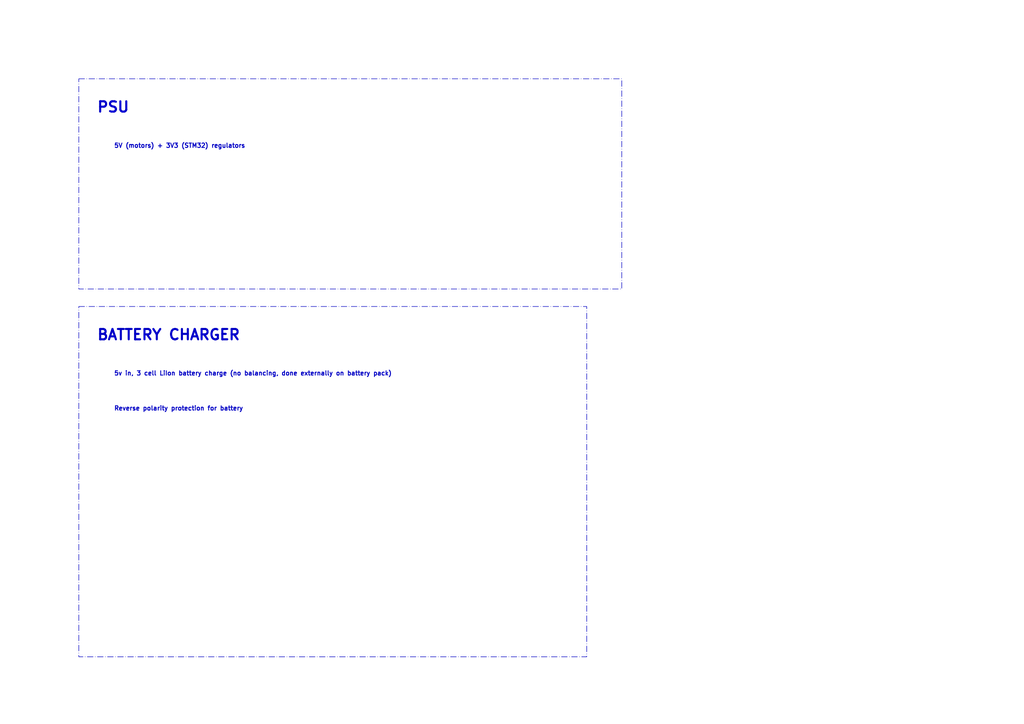
<source format=kicad_sch>
(kicad_sch (version 20230121) (generator eeschema)
  (paper "A4")
  (lib_symbols)
  (rectangle (start 22.86 88.9) (end 170.18 190.5) (stroke (width 0) (type dash_dot)))
  (rectangle (start 22.86 22.86) (end 180.34 83.82) (stroke (width 0) (type dash_dot)))
  (text "5v in, 3 cell LiIon battery charge (no balancing, done externally on battery pack)" (at 33.02 109.22 0) (effects (font (size 1.27 1.27) bold) (justify left bottom)))
  (text "Reverse polarity protection for battery" (at 33.02 119.38 0) (effects (font (size 1.27 1.27) bold) (justify left bottom)))
  (text "PSU" (at 27.94 33.02 0) (effects (font (size 3 3) (thickness 0.6) bold) (justify left bottom)))
  (text "BATTERY CHARGER" (at 27.94 99.06 0) (effects (font (size 3 3) (thickness 0.6) bold) (justify left bottom)))
  (text "5V (motors) + 3V3 (STM32) regulators" (at 33.02 43.18 0) (effects (font (size 1.27 1.27) bold) (justify left bottom)))
)
</source>
